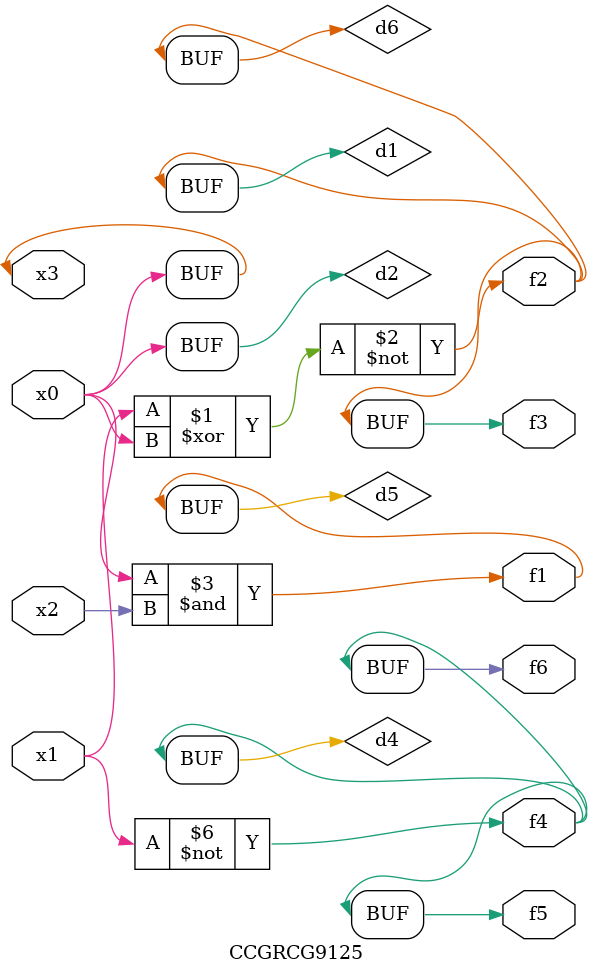
<source format=v>
module CCGRCG9125(
	input x0, x1, x2, x3,
	output f1, f2, f3, f4, f5, f6
);

	wire d1, d2, d3, d4, d5, d6;

	xnor (d1, x1, x3);
	buf (d2, x0, x3);
	nand (d3, x0, x2);
	not (d4, x1);
	nand (d5, d3);
	or (d6, d1);
	assign f1 = d5;
	assign f2 = d6;
	assign f3 = d6;
	assign f4 = d4;
	assign f5 = d4;
	assign f6 = d4;
endmodule

</source>
